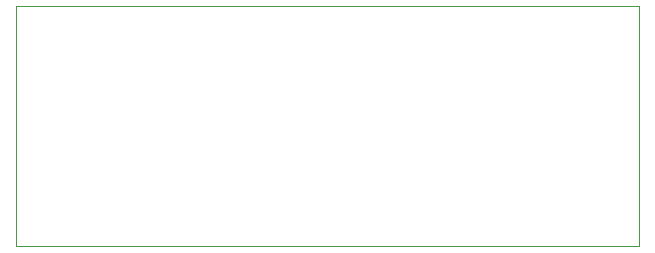
<source format=gbr>
%TF.GenerationSoftware,KiCad,Pcbnew,9.0.7*%
%TF.CreationDate,2026-01-30T12:17:07+01:00*%
%TF.ProjectId,rfiq-1,72666971-2d31-42e6-9b69-6361645f7063,1a*%
%TF.SameCoordinates,Original*%
%TF.FileFunction,Profile,NP*%
%FSLAX46Y46*%
G04 Gerber Fmt 4.6, Leading zero omitted, Abs format (unit mm)*
G04 Created by KiCad (PCBNEW 9.0.7) date 2026-01-30 12:17:07*
%MOMM*%
%LPD*%
G01*
G04 APERTURE LIST*
%TA.AperFunction,Profile*%
%ADD10C,0.100000*%
%TD*%
G04 APERTURE END LIST*
D10*
X157600000Y-82680000D02*
X210360000Y-82680000D01*
X210360000Y-103000000D01*
X157600000Y-103000000D01*
X157600000Y-82680000D01*
M02*

</source>
